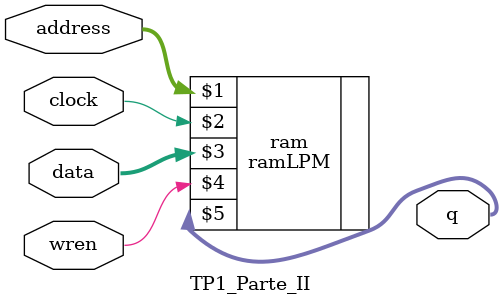
<source format=v>
module disp7seg(binario, decodificacao);
	parameter tamanho = 6;
		
	input [tamanho - 1:0] binario;
	output reg [6:0] decodificacao;
	
	always @(binario) begin
	case(binario) //					               abcdefg
			8'b00000000: decodificacao = 7'b0000001; // 0
			8'b00000001: decodificacao = 7'b1001111; // 1
			8'b00000010: decodificacao = 7'b0010010; // 2
			8'b00000011: decodificacao = 7'b0000110; // 3
			8'b00000100: decodificacao = 7'b1001100; // 4
			8'b00000101: decodificacao = 7'b0100100; // 5
			8'b00000110: decodificacao = 7'b0100000; // 6
			8'b00000111: decodificacao = 7'b0001101; // 7
			8'b00001000: decodificacao = 7'b1111111; // 8
			8'b00001001: decodificacao = 7'b0000100; // 9
			8'b00001010: decodificacao = 7'b0001000; // A
			8'b00001011: decodificacao = 7'b1100000; // b
			8'b00001100: decodificacao = 7'b0110001; // C
			8'b00001101: decodificacao = 7'b1000010; // d
			8'b00001110: decodificacao = 7'b0110000; // E
			8'b00001111: decodificacao = 7'b0111000; // F
	endcase
	end
endmodule

// Para a placa
//module TP1_Parte_II(SW, HEX0, HEX1, HEX2, HEX3, HEX4);
//	
//	input [17:0] SW;
//	output [0:6] HEX0, HEX1, HEX2, HEX3, HEX4;
//	
//	wire [4:0] address; 
//	wire clock; 
//	wire [7:0] data; 
//	wire wren;
//	wire [7:0] q;
//	
//	assign address = SW[4:0]; // endereco a ser lido/escrito na memoria
//	assign clock = SW[17]; 
//	assign data = SW[13:6]; // dado a ser escrito na memoria
//	assign wren = SW[15]; // habilia escrita
//	
//	ramLPM ram(address, clock, data, wren, q);
//	
//	disp7seg dispSeg0(q, HEX0); //Dado lido da memoria
//	assign HEX1=7'b1111111;		 //Separador
//	disp7seg dispSeg2(address, HEX2);//Endereco
//   assign HEX3=7'b1111111;		//Separador
// 	disp7seg dispSeg4(data, HEX4);	//Dado inserido
// 	
//endmodule 

// Para a simulacao
module TP1_Parte_II(address, clock, data, wren, q);
	
	input [4:0] address; 
	input clock; 
	input [7:0] data; 
	input wren;
	output [7:0] q;
	
	ramLPM ram(address, clock, data, wren, q);
 	
endmodule

</source>
